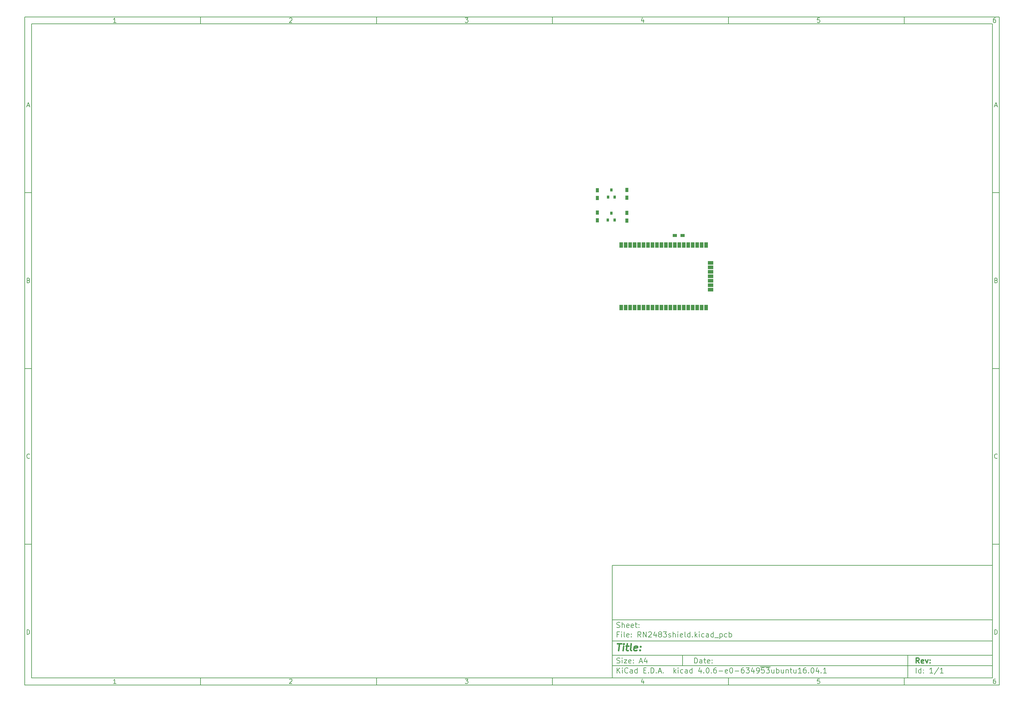
<source format=gtp>
%TF.GenerationSoftware,KiCad,Pcbnew,4.0.6-e0-6349~53~ubuntu16.04.1*%
%TF.CreationDate,2017-06-05T20:25:56+01:00*%
%TF.ProjectId,RN2483shield,524E32343833736869656C642E6B6963,rev?*%
%TF.FileFunction,Paste,Top*%
%FSLAX46Y46*%
G04 Gerber Fmt 4.6, Leading zero omitted, Abs format (unit mm)*
G04 Created by KiCad (PCBNEW 4.0.6-e0-6349~53~ubuntu16.04.1) date Mon Jun  5 20:25:56 2017*
%MOMM*%
%LPD*%
G01*
G04 APERTURE LIST*
%ADD10C,0.100000*%
%ADD11C,0.150000*%
%ADD12C,0.300000*%
%ADD13C,0.400000*%
%ADD14R,1.016000X1.524000*%
%ADD15R,1.524000X1.016000*%
%ADD16R,0.800000X0.900000*%
%ADD17R,1.200000X0.900000*%
%ADD18R,0.900000X1.200000*%
G04 APERTURE END LIST*
D10*
D11*
X177002200Y-166007200D02*
X177002200Y-198007200D01*
X285002200Y-198007200D01*
X285002200Y-166007200D01*
X177002200Y-166007200D01*
D10*
D11*
X10000000Y-10000000D02*
X10000000Y-200007200D01*
X287002200Y-200007200D01*
X287002200Y-10000000D01*
X10000000Y-10000000D01*
D10*
D11*
X12000000Y-12000000D02*
X12000000Y-198007200D01*
X285002200Y-198007200D01*
X285002200Y-12000000D01*
X12000000Y-12000000D01*
D10*
D11*
X60000000Y-12000000D02*
X60000000Y-10000000D01*
D10*
D11*
X110000000Y-12000000D02*
X110000000Y-10000000D01*
D10*
D11*
X160000000Y-12000000D02*
X160000000Y-10000000D01*
D10*
D11*
X210000000Y-12000000D02*
X210000000Y-10000000D01*
D10*
D11*
X260000000Y-12000000D02*
X260000000Y-10000000D01*
D10*
D11*
X35990476Y-11588095D02*
X35247619Y-11588095D01*
X35619048Y-11588095D02*
X35619048Y-10288095D01*
X35495238Y-10473810D01*
X35371429Y-10597619D01*
X35247619Y-10659524D01*
D10*
D11*
X85247619Y-10411905D02*
X85309524Y-10350000D01*
X85433333Y-10288095D01*
X85742857Y-10288095D01*
X85866667Y-10350000D01*
X85928571Y-10411905D01*
X85990476Y-10535714D01*
X85990476Y-10659524D01*
X85928571Y-10845238D01*
X85185714Y-11588095D01*
X85990476Y-11588095D01*
D10*
D11*
X135185714Y-10288095D02*
X135990476Y-10288095D01*
X135557143Y-10783333D01*
X135742857Y-10783333D01*
X135866667Y-10845238D01*
X135928571Y-10907143D01*
X135990476Y-11030952D01*
X135990476Y-11340476D01*
X135928571Y-11464286D01*
X135866667Y-11526190D01*
X135742857Y-11588095D01*
X135371429Y-11588095D01*
X135247619Y-11526190D01*
X135185714Y-11464286D01*
D10*
D11*
X185866667Y-10721429D02*
X185866667Y-11588095D01*
X185557143Y-10226190D02*
X185247619Y-11154762D01*
X186052381Y-11154762D01*
D10*
D11*
X235928571Y-10288095D02*
X235309524Y-10288095D01*
X235247619Y-10907143D01*
X235309524Y-10845238D01*
X235433333Y-10783333D01*
X235742857Y-10783333D01*
X235866667Y-10845238D01*
X235928571Y-10907143D01*
X235990476Y-11030952D01*
X235990476Y-11340476D01*
X235928571Y-11464286D01*
X235866667Y-11526190D01*
X235742857Y-11588095D01*
X235433333Y-11588095D01*
X235309524Y-11526190D01*
X235247619Y-11464286D01*
D10*
D11*
X285866667Y-10288095D02*
X285619048Y-10288095D01*
X285495238Y-10350000D01*
X285433333Y-10411905D01*
X285309524Y-10597619D01*
X285247619Y-10845238D01*
X285247619Y-11340476D01*
X285309524Y-11464286D01*
X285371429Y-11526190D01*
X285495238Y-11588095D01*
X285742857Y-11588095D01*
X285866667Y-11526190D01*
X285928571Y-11464286D01*
X285990476Y-11340476D01*
X285990476Y-11030952D01*
X285928571Y-10907143D01*
X285866667Y-10845238D01*
X285742857Y-10783333D01*
X285495238Y-10783333D01*
X285371429Y-10845238D01*
X285309524Y-10907143D01*
X285247619Y-11030952D01*
D10*
D11*
X60000000Y-198007200D02*
X60000000Y-200007200D01*
D10*
D11*
X110000000Y-198007200D02*
X110000000Y-200007200D01*
D10*
D11*
X160000000Y-198007200D02*
X160000000Y-200007200D01*
D10*
D11*
X210000000Y-198007200D02*
X210000000Y-200007200D01*
D10*
D11*
X260000000Y-198007200D02*
X260000000Y-200007200D01*
D10*
D11*
X35990476Y-199595295D02*
X35247619Y-199595295D01*
X35619048Y-199595295D02*
X35619048Y-198295295D01*
X35495238Y-198481010D01*
X35371429Y-198604819D01*
X35247619Y-198666724D01*
D10*
D11*
X85247619Y-198419105D02*
X85309524Y-198357200D01*
X85433333Y-198295295D01*
X85742857Y-198295295D01*
X85866667Y-198357200D01*
X85928571Y-198419105D01*
X85990476Y-198542914D01*
X85990476Y-198666724D01*
X85928571Y-198852438D01*
X85185714Y-199595295D01*
X85990476Y-199595295D01*
D10*
D11*
X135185714Y-198295295D02*
X135990476Y-198295295D01*
X135557143Y-198790533D01*
X135742857Y-198790533D01*
X135866667Y-198852438D01*
X135928571Y-198914343D01*
X135990476Y-199038152D01*
X135990476Y-199347676D01*
X135928571Y-199471486D01*
X135866667Y-199533390D01*
X135742857Y-199595295D01*
X135371429Y-199595295D01*
X135247619Y-199533390D01*
X135185714Y-199471486D01*
D10*
D11*
X185866667Y-198728629D02*
X185866667Y-199595295D01*
X185557143Y-198233390D02*
X185247619Y-199161962D01*
X186052381Y-199161962D01*
D10*
D11*
X235928571Y-198295295D02*
X235309524Y-198295295D01*
X235247619Y-198914343D01*
X235309524Y-198852438D01*
X235433333Y-198790533D01*
X235742857Y-198790533D01*
X235866667Y-198852438D01*
X235928571Y-198914343D01*
X235990476Y-199038152D01*
X235990476Y-199347676D01*
X235928571Y-199471486D01*
X235866667Y-199533390D01*
X235742857Y-199595295D01*
X235433333Y-199595295D01*
X235309524Y-199533390D01*
X235247619Y-199471486D01*
D10*
D11*
X285866667Y-198295295D02*
X285619048Y-198295295D01*
X285495238Y-198357200D01*
X285433333Y-198419105D01*
X285309524Y-198604819D01*
X285247619Y-198852438D01*
X285247619Y-199347676D01*
X285309524Y-199471486D01*
X285371429Y-199533390D01*
X285495238Y-199595295D01*
X285742857Y-199595295D01*
X285866667Y-199533390D01*
X285928571Y-199471486D01*
X285990476Y-199347676D01*
X285990476Y-199038152D01*
X285928571Y-198914343D01*
X285866667Y-198852438D01*
X285742857Y-198790533D01*
X285495238Y-198790533D01*
X285371429Y-198852438D01*
X285309524Y-198914343D01*
X285247619Y-199038152D01*
D10*
D11*
X10000000Y-60000000D02*
X12000000Y-60000000D01*
D10*
D11*
X10000000Y-110000000D02*
X12000000Y-110000000D01*
D10*
D11*
X10000000Y-160000000D02*
X12000000Y-160000000D01*
D10*
D11*
X10690476Y-35216667D02*
X11309524Y-35216667D01*
X10566667Y-35588095D02*
X11000000Y-34288095D01*
X11433333Y-35588095D01*
D10*
D11*
X11092857Y-84907143D02*
X11278571Y-84969048D01*
X11340476Y-85030952D01*
X11402381Y-85154762D01*
X11402381Y-85340476D01*
X11340476Y-85464286D01*
X11278571Y-85526190D01*
X11154762Y-85588095D01*
X10659524Y-85588095D01*
X10659524Y-84288095D01*
X11092857Y-84288095D01*
X11216667Y-84350000D01*
X11278571Y-84411905D01*
X11340476Y-84535714D01*
X11340476Y-84659524D01*
X11278571Y-84783333D01*
X11216667Y-84845238D01*
X11092857Y-84907143D01*
X10659524Y-84907143D01*
D10*
D11*
X11402381Y-135464286D02*
X11340476Y-135526190D01*
X11154762Y-135588095D01*
X11030952Y-135588095D01*
X10845238Y-135526190D01*
X10721429Y-135402381D01*
X10659524Y-135278571D01*
X10597619Y-135030952D01*
X10597619Y-134845238D01*
X10659524Y-134597619D01*
X10721429Y-134473810D01*
X10845238Y-134350000D01*
X11030952Y-134288095D01*
X11154762Y-134288095D01*
X11340476Y-134350000D01*
X11402381Y-134411905D01*
D10*
D11*
X10659524Y-185588095D02*
X10659524Y-184288095D01*
X10969048Y-184288095D01*
X11154762Y-184350000D01*
X11278571Y-184473810D01*
X11340476Y-184597619D01*
X11402381Y-184845238D01*
X11402381Y-185030952D01*
X11340476Y-185278571D01*
X11278571Y-185402381D01*
X11154762Y-185526190D01*
X10969048Y-185588095D01*
X10659524Y-185588095D01*
D10*
D11*
X287002200Y-60000000D02*
X285002200Y-60000000D01*
D10*
D11*
X287002200Y-110000000D02*
X285002200Y-110000000D01*
D10*
D11*
X287002200Y-160000000D02*
X285002200Y-160000000D01*
D10*
D11*
X285692676Y-35216667D02*
X286311724Y-35216667D01*
X285568867Y-35588095D02*
X286002200Y-34288095D01*
X286435533Y-35588095D01*
D10*
D11*
X286095057Y-84907143D02*
X286280771Y-84969048D01*
X286342676Y-85030952D01*
X286404581Y-85154762D01*
X286404581Y-85340476D01*
X286342676Y-85464286D01*
X286280771Y-85526190D01*
X286156962Y-85588095D01*
X285661724Y-85588095D01*
X285661724Y-84288095D01*
X286095057Y-84288095D01*
X286218867Y-84350000D01*
X286280771Y-84411905D01*
X286342676Y-84535714D01*
X286342676Y-84659524D01*
X286280771Y-84783333D01*
X286218867Y-84845238D01*
X286095057Y-84907143D01*
X285661724Y-84907143D01*
D10*
D11*
X286404581Y-135464286D02*
X286342676Y-135526190D01*
X286156962Y-135588095D01*
X286033152Y-135588095D01*
X285847438Y-135526190D01*
X285723629Y-135402381D01*
X285661724Y-135278571D01*
X285599819Y-135030952D01*
X285599819Y-134845238D01*
X285661724Y-134597619D01*
X285723629Y-134473810D01*
X285847438Y-134350000D01*
X286033152Y-134288095D01*
X286156962Y-134288095D01*
X286342676Y-134350000D01*
X286404581Y-134411905D01*
D10*
D11*
X285661724Y-185588095D02*
X285661724Y-184288095D01*
X285971248Y-184288095D01*
X286156962Y-184350000D01*
X286280771Y-184473810D01*
X286342676Y-184597619D01*
X286404581Y-184845238D01*
X286404581Y-185030952D01*
X286342676Y-185278571D01*
X286280771Y-185402381D01*
X286156962Y-185526190D01*
X285971248Y-185588095D01*
X285661724Y-185588095D01*
D10*
D11*
X200359343Y-193785771D02*
X200359343Y-192285771D01*
X200716486Y-192285771D01*
X200930771Y-192357200D01*
X201073629Y-192500057D01*
X201145057Y-192642914D01*
X201216486Y-192928629D01*
X201216486Y-193142914D01*
X201145057Y-193428629D01*
X201073629Y-193571486D01*
X200930771Y-193714343D01*
X200716486Y-193785771D01*
X200359343Y-193785771D01*
X202502200Y-193785771D02*
X202502200Y-193000057D01*
X202430771Y-192857200D01*
X202287914Y-192785771D01*
X202002200Y-192785771D01*
X201859343Y-192857200D01*
X202502200Y-193714343D02*
X202359343Y-193785771D01*
X202002200Y-193785771D01*
X201859343Y-193714343D01*
X201787914Y-193571486D01*
X201787914Y-193428629D01*
X201859343Y-193285771D01*
X202002200Y-193214343D01*
X202359343Y-193214343D01*
X202502200Y-193142914D01*
X203002200Y-192785771D02*
X203573629Y-192785771D01*
X203216486Y-192285771D02*
X203216486Y-193571486D01*
X203287914Y-193714343D01*
X203430772Y-193785771D01*
X203573629Y-193785771D01*
X204645057Y-193714343D02*
X204502200Y-193785771D01*
X204216486Y-193785771D01*
X204073629Y-193714343D01*
X204002200Y-193571486D01*
X204002200Y-193000057D01*
X204073629Y-192857200D01*
X204216486Y-192785771D01*
X204502200Y-192785771D01*
X204645057Y-192857200D01*
X204716486Y-193000057D01*
X204716486Y-193142914D01*
X204002200Y-193285771D01*
X205359343Y-193642914D02*
X205430771Y-193714343D01*
X205359343Y-193785771D01*
X205287914Y-193714343D01*
X205359343Y-193642914D01*
X205359343Y-193785771D01*
X205359343Y-192857200D02*
X205430771Y-192928629D01*
X205359343Y-193000057D01*
X205287914Y-192928629D01*
X205359343Y-192857200D01*
X205359343Y-193000057D01*
D10*
D11*
X177002200Y-194507200D02*
X285002200Y-194507200D01*
D10*
D11*
X178359343Y-196585771D02*
X178359343Y-195085771D01*
X179216486Y-196585771D02*
X178573629Y-195728629D01*
X179216486Y-195085771D02*
X178359343Y-195942914D01*
X179859343Y-196585771D02*
X179859343Y-195585771D01*
X179859343Y-195085771D02*
X179787914Y-195157200D01*
X179859343Y-195228629D01*
X179930771Y-195157200D01*
X179859343Y-195085771D01*
X179859343Y-195228629D01*
X181430772Y-196442914D02*
X181359343Y-196514343D01*
X181145057Y-196585771D01*
X181002200Y-196585771D01*
X180787915Y-196514343D01*
X180645057Y-196371486D01*
X180573629Y-196228629D01*
X180502200Y-195942914D01*
X180502200Y-195728629D01*
X180573629Y-195442914D01*
X180645057Y-195300057D01*
X180787915Y-195157200D01*
X181002200Y-195085771D01*
X181145057Y-195085771D01*
X181359343Y-195157200D01*
X181430772Y-195228629D01*
X182716486Y-196585771D02*
X182716486Y-195800057D01*
X182645057Y-195657200D01*
X182502200Y-195585771D01*
X182216486Y-195585771D01*
X182073629Y-195657200D01*
X182716486Y-196514343D02*
X182573629Y-196585771D01*
X182216486Y-196585771D01*
X182073629Y-196514343D01*
X182002200Y-196371486D01*
X182002200Y-196228629D01*
X182073629Y-196085771D01*
X182216486Y-196014343D01*
X182573629Y-196014343D01*
X182716486Y-195942914D01*
X184073629Y-196585771D02*
X184073629Y-195085771D01*
X184073629Y-196514343D02*
X183930772Y-196585771D01*
X183645058Y-196585771D01*
X183502200Y-196514343D01*
X183430772Y-196442914D01*
X183359343Y-196300057D01*
X183359343Y-195871486D01*
X183430772Y-195728629D01*
X183502200Y-195657200D01*
X183645058Y-195585771D01*
X183930772Y-195585771D01*
X184073629Y-195657200D01*
X185930772Y-195800057D02*
X186430772Y-195800057D01*
X186645058Y-196585771D02*
X185930772Y-196585771D01*
X185930772Y-195085771D01*
X186645058Y-195085771D01*
X187287915Y-196442914D02*
X187359343Y-196514343D01*
X187287915Y-196585771D01*
X187216486Y-196514343D01*
X187287915Y-196442914D01*
X187287915Y-196585771D01*
X188002201Y-196585771D02*
X188002201Y-195085771D01*
X188359344Y-195085771D01*
X188573629Y-195157200D01*
X188716487Y-195300057D01*
X188787915Y-195442914D01*
X188859344Y-195728629D01*
X188859344Y-195942914D01*
X188787915Y-196228629D01*
X188716487Y-196371486D01*
X188573629Y-196514343D01*
X188359344Y-196585771D01*
X188002201Y-196585771D01*
X189502201Y-196442914D02*
X189573629Y-196514343D01*
X189502201Y-196585771D01*
X189430772Y-196514343D01*
X189502201Y-196442914D01*
X189502201Y-196585771D01*
X190145058Y-196157200D02*
X190859344Y-196157200D01*
X190002201Y-196585771D02*
X190502201Y-195085771D01*
X191002201Y-196585771D01*
X191502201Y-196442914D02*
X191573629Y-196514343D01*
X191502201Y-196585771D01*
X191430772Y-196514343D01*
X191502201Y-196442914D01*
X191502201Y-196585771D01*
X194502201Y-196585771D02*
X194502201Y-195085771D01*
X194645058Y-196014343D02*
X195073629Y-196585771D01*
X195073629Y-195585771D02*
X194502201Y-196157200D01*
X195716487Y-196585771D02*
X195716487Y-195585771D01*
X195716487Y-195085771D02*
X195645058Y-195157200D01*
X195716487Y-195228629D01*
X195787915Y-195157200D01*
X195716487Y-195085771D01*
X195716487Y-195228629D01*
X197073630Y-196514343D02*
X196930773Y-196585771D01*
X196645059Y-196585771D01*
X196502201Y-196514343D01*
X196430773Y-196442914D01*
X196359344Y-196300057D01*
X196359344Y-195871486D01*
X196430773Y-195728629D01*
X196502201Y-195657200D01*
X196645059Y-195585771D01*
X196930773Y-195585771D01*
X197073630Y-195657200D01*
X198359344Y-196585771D02*
X198359344Y-195800057D01*
X198287915Y-195657200D01*
X198145058Y-195585771D01*
X197859344Y-195585771D01*
X197716487Y-195657200D01*
X198359344Y-196514343D02*
X198216487Y-196585771D01*
X197859344Y-196585771D01*
X197716487Y-196514343D01*
X197645058Y-196371486D01*
X197645058Y-196228629D01*
X197716487Y-196085771D01*
X197859344Y-196014343D01*
X198216487Y-196014343D01*
X198359344Y-195942914D01*
X199716487Y-196585771D02*
X199716487Y-195085771D01*
X199716487Y-196514343D02*
X199573630Y-196585771D01*
X199287916Y-196585771D01*
X199145058Y-196514343D01*
X199073630Y-196442914D01*
X199002201Y-196300057D01*
X199002201Y-195871486D01*
X199073630Y-195728629D01*
X199145058Y-195657200D01*
X199287916Y-195585771D01*
X199573630Y-195585771D01*
X199716487Y-195657200D01*
X202216487Y-195585771D02*
X202216487Y-196585771D01*
X201859344Y-195014343D02*
X201502201Y-196085771D01*
X202430773Y-196085771D01*
X203002201Y-196442914D02*
X203073629Y-196514343D01*
X203002201Y-196585771D01*
X202930772Y-196514343D01*
X203002201Y-196442914D01*
X203002201Y-196585771D01*
X204002201Y-195085771D02*
X204145058Y-195085771D01*
X204287915Y-195157200D01*
X204359344Y-195228629D01*
X204430773Y-195371486D01*
X204502201Y-195657200D01*
X204502201Y-196014343D01*
X204430773Y-196300057D01*
X204359344Y-196442914D01*
X204287915Y-196514343D01*
X204145058Y-196585771D01*
X204002201Y-196585771D01*
X203859344Y-196514343D01*
X203787915Y-196442914D01*
X203716487Y-196300057D01*
X203645058Y-196014343D01*
X203645058Y-195657200D01*
X203716487Y-195371486D01*
X203787915Y-195228629D01*
X203859344Y-195157200D01*
X204002201Y-195085771D01*
X205145058Y-196442914D02*
X205216486Y-196514343D01*
X205145058Y-196585771D01*
X205073629Y-196514343D01*
X205145058Y-196442914D01*
X205145058Y-196585771D01*
X206502201Y-195085771D02*
X206216487Y-195085771D01*
X206073630Y-195157200D01*
X206002201Y-195228629D01*
X205859344Y-195442914D01*
X205787915Y-195728629D01*
X205787915Y-196300057D01*
X205859344Y-196442914D01*
X205930772Y-196514343D01*
X206073630Y-196585771D01*
X206359344Y-196585771D01*
X206502201Y-196514343D01*
X206573630Y-196442914D01*
X206645058Y-196300057D01*
X206645058Y-195942914D01*
X206573630Y-195800057D01*
X206502201Y-195728629D01*
X206359344Y-195657200D01*
X206073630Y-195657200D01*
X205930772Y-195728629D01*
X205859344Y-195800057D01*
X205787915Y-195942914D01*
X207287915Y-196014343D02*
X208430772Y-196014343D01*
X209716486Y-196514343D02*
X209573629Y-196585771D01*
X209287915Y-196585771D01*
X209145058Y-196514343D01*
X209073629Y-196371486D01*
X209073629Y-195800057D01*
X209145058Y-195657200D01*
X209287915Y-195585771D01*
X209573629Y-195585771D01*
X209716486Y-195657200D01*
X209787915Y-195800057D01*
X209787915Y-195942914D01*
X209073629Y-196085771D01*
X210716486Y-195085771D02*
X210859343Y-195085771D01*
X211002200Y-195157200D01*
X211073629Y-195228629D01*
X211145058Y-195371486D01*
X211216486Y-195657200D01*
X211216486Y-196014343D01*
X211145058Y-196300057D01*
X211073629Y-196442914D01*
X211002200Y-196514343D01*
X210859343Y-196585771D01*
X210716486Y-196585771D01*
X210573629Y-196514343D01*
X210502200Y-196442914D01*
X210430772Y-196300057D01*
X210359343Y-196014343D01*
X210359343Y-195657200D01*
X210430772Y-195371486D01*
X210502200Y-195228629D01*
X210573629Y-195157200D01*
X210716486Y-195085771D01*
X211859343Y-196014343D02*
X213002200Y-196014343D01*
X214359343Y-195085771D02*
X214073629Y-195085771D01*
X213930772Y-195157200D01*
X213859343Y-195228629D01*
X213716486Y-195442914D01*
X213645057Y-195728629D01*
X213645057Y-196300057D01*
X213716486Y-196442914D01*
X213787914Y-196514343D01*
X213930772Y-196585771D01*
X214216486Y-196585771D01*
X214359343Y-196514343D01*
X214430772Y-196442914D01*
X214502200Y-196300057D01*
X214502200Y-195942914D01*
X214430772Y-195800057D01*
X214359343Y-195728629D01*
X214216486Y-195657200D01*
X213930772Y-195657200D01*
X213787914Y-195728629D01*
X213716486Y-195800057D01*
X213645057Y-195942914D01*
X215002200Y-195085771D02*
X215930771Y-195085771D01*
X215430771Y-195657200D01*
X215645057Y-195657200D01*
X215787914Y-195728629D01*
X215859343Y-195800057D01*
X215930771Y-195942914D01*
X215930771Y-196300057D01*
X215859343Y-196442914D01*
X215787914Y-196514343D01*
X215645057Y-196585771D01*
X215216485Y-196585771D01*
X215073628Y-196514343D01*
X215002200Y-196442914D01*
X217216485Y-195585771D02*
X217216485Y-196585771D01*
X216859342Y-195014343D02*
X216502199Y-196085771D01*
X217430771Y-196085771D01*
X218073627Y-196585771D02*
X218359342Y-196585771D01*
X218502199Y-196514343D01*
X218573627Y-196442914D01*
X218716485Y-196228629D01*
X218787913Y-195942914D01*
X218787913Y-195371486D01*
X218716485Y-195228629D01*
X218645056Y-195157200D01*
X218502199Y-195085771D01*
X218216485Y-195085771D01*
X218073627Y-195157200D01*
X218002199Y-195228629D01*
X217930770Y-195371486D01*
X217930770Y-195728629D01*
X218002199Y-195871486D01*
X218073627Y-195942914D01*
X218216485Y-196014343D01*
X218502199Y-196014343D01*
X218645056Y-195942914D01*
X218716485Y-195871486D01*
X218787913Y-195728629D01*
X220145056Y-195085771D02*
X219430770Y-195085771D01*
X219359341Y-195800057D01*
X219430770Y-195728629D01*
X219573627Y-195657200D01*
X219930770Y-195657200D01*
X220073627Y-195728629D01*
X220145056Y-195800057D01*
X220216484Y-195942914D01*
X220216484Y-196300057D01*
X220145056Y-196442914D01*
X220073627Y-196514343D01*
X219930770Y-196585771D01*
X219573627Y-196585771D01*
X219430770Y-196514343D01*
X219359341Y-196442914D01*
X220716484Y-195085771D02*
X221645055Y-195085771D01*
X221145055Y-195657200D01*
X221359341Y-195657200D01*
X221502198Y-195728629D01*
X221573627Y-195800057D01*
X221645055Y-195942914D01*
X221645055Y-196300057D01*
X221573627Y-196442914D01*
X221502198Y-196514343D01*
X221359341Y-196585771D01*
X220930769Y-196585771D01*
X220787912Y-196514343D01*
X220716484Y-196442914D01*
X219073627Y-194827200D02*
X221930769Y-194827200D01*
X222930769Y-195585771D02*
X222930769Y-196585771D01*
X222287912Y-195585771D02*
X222287912Y-196371486D01*
X222359340Y-196514343D01*
X222502198Y-196585771D01*
X222716483Y-196585771D01*
X222859340Y-196514343D01*
X222930769Y-196442914D01*
X223645055Y-196585771D02*
X223645055Y-195085771D01*
X223645055Y-195657200D02*
X223787912Y-195585771D01*
X224073626Y-195585771D01*
X224216483Y-195657200D01*
X224287912Y-195728629D01*
X224359341Y-195871486D01*
X224359341Y-196300057D01*
X224287912Y-196442914D01*
X224216483Y-196514343D01*
X224073626Y-196585771D01*
X223787912Y-196585771D01*
X223645055Y-196514343D01*
X225645055Y-195585771D02*
X225645055Y-196585771D01*
X225002198Y-195585771D02*
X225002198Y-196371486D01*
X225073626Y-196514343D01*
X225216484Y-196585771D01*
X225430769Y-196585771D01*
X225573626Y-196514343D01*
X225645055Y-196442914D01*
X226359341Y-195585771D02*
X226359341Y-196585771D01*
X226359341Y-195728629D02*
X226430769Y-195657200D01*
X226573627Y-195585771D01*
X226787912Y-195585771D01*
X226930769Y-195657200D01*
X227002198Y-195800057D01*
X227002198Y-196585771D01*
X227502198Y-195585771D02*
X228073627Y-195585771D01*
X227716484Y-195085771D02*
X227716484Y-196371486D01*
X227787912Y-196514343D01*
X227930770Y-196585771D01*
X228073627Y-196585771D01*
X229216484Y-195585771D02*
X229216484Y-196585771D01*
X228573627Y-195585771D02*
X228573627Y-196371486D01*
X228645055Y-196514343D01*
X228787913Y-196585771D01*
X229002198Y-196585771D01*
X229145055Y-196514343D01*
X229216484Y-196442914D01*
X230716484Y-196585771D02*
X229859341Y-196585771D01*
X230287913Y-196585771D02*
X230287913Y-195085771D01*
X230145056Y-195300057D01*
X230002198Y-195442914D01*
X229859341Y-195514343D01*
X232002198Y-195085771D02*
X231716484Y-195085771D01*
X231573627Y-195157200D01*
X231502198Y-195228629D01*
X231359341Y-195442914D01*
X231287912Y-195728629D01*
X231287912Y-196300057D01*
X231359341Y-196442914D01*
X231430769Y-196514343D01*
X231573627Y-196585771D01*
X231859341Y-196585771D01*
X232002198Y-196514343D01*
X232073627Y-196442914D01*
X232145055Y-196300057D01*
X232145055Y-195942914D01*
X232073627Y-195800057D01*
X232002198Y-195728629D01*
X231859341Y-195657200D01*
X231573627Y-195657200D01*
X231430769Y-195728629D01*
X231359341Y-195800057D01*
X231287912Y-195942914D01*
X232787912Y-196442914D02*
X232859340Y-196514343D01*
X232787912Y-196585771D01*
X232716483Y-196514343D01*
X232787912Y-196442914D01*
X232787912Y-196585771D01*
X233787912Y-195085771D02*
X233930769Y-195085771D01*
X234073626Y-195157200D01*
X234145055Y-195228629D01*
X234216484Y-195371486D01*
X234287912Y-195657200D01*
X234287912Y-196014343D01*
X234216484Y-196300057D01*
X234145055Y-196442914D01*
X234073626Y-196514343D01*
X233930769Y-196585771D01*
X233787912Y-196585771D01*
X233645055Y-196514343D01*
X233573626Y-196442914D01*
X233502198Y-196300057D01*
X233430769Y-196014343D01*
X233430769Y-195657200D01*
X233502198Y-195371486D01*
X233573626Y-195228629D01*
X233645055Y-195157200D01*
X233787912Y-195085771D01*
X235573626Y-195585771D02*
X235573626Y-196585771D01*
X235216483Y-195014343D02*
X234859340Y-196085771D01*
X235787912Y-196085771D01*
X236359340Y-196442914D02*
X236430768Y-196514343D01*
X236359340Y-196585771D01*
X236287911Y-196514343D01*
X236359340Y-196442914D01*
X236359340Y-196585771D01*
X237859340Y-196585771D02*
X237002197Y-196585771D01*
X237430769Y-196585771D02*
X237430769Y-195085771D01*
X237287912Y-195300057D01*
X237145054Y-195442914D01*
X237002197Y-195514343D01*
D10*
D11*
X177002200Y-191507200D02*
X285002200Y-191507200D01*
D10*
D12*
X264216486Y-193785771D02*
X263716486Y-193071486D01*
X263359343Y-193785771D02*
X263359343Y-192285771D01*
X263930771Y-192285771D01*
X264073629Y-192357200D01*
X264145057Y-192428629D01*
X264216486Y-192571486D01*
X264216486Y-192785771D01*
X264145057Y-192928629D01*
X264073629Y-193000057D01*
X263930771Y-193071486D01*
X263359343Y-193071486D01*
X265430771Y-193714343D02*
X265287914Y-193785771D01*
X265002200Y-193785771D01*
X264859343Y-193714343D01*
X264787914Y-193571486D01*
X264787914Y-193000057D01*
X264859343Y-192857200D01*
X265002200Y-192785771D01*
X265287914Y-192785771D01*
X265430771Y-192857200D01*
X265502200Y-193000057D01*
X265502200Y-193142914D01*
X264787914Y-193285771D01*
X266002200Y-192785771D02*
X266359343Y-193785771D01*
X266716485Y-192785771D01*
X267287914Y-193642914D02*
X267359342Y-193714343D01*
X267287914Y-193785771D01*
X267216485Y-193714343D01*
X267287914Y-193642914D01*
X267287914Y-193785771D01*
X267287914Y-192857200D02*
X267359342Y-192928629D01*
X267287914Y-193000057D01*
X267216485Y-192928629D01*
X267287914Y-192857200D01*
X267287914Y-193000057D01*
D10*
D11*
X178287914Y-193714343D02*
X178502200Y-193785771D01*
X178859343Y-193785771D01*
X179002200Y-193714343D01*
X179073629Y-193642914D01*
X179145057Y-193500057D01*
X179145057Y-193357200D01*
X179073629Y-193214343D01*
X179002200Y-193142914D01*
X178859343Y-193071486D01*
X178573629Y-193000057D01*
X178430771Y-192928629D01*
X178359343Y-192857200D01*
X178287914Y-192714343D01*
X178287914Y-192571486D01*
X178359343Y-192428629D01*
X178430771Y-192357200D01*
X178573629Y-192285771D01*
X178930771Y-192285771D01*
X179145057Y-192357200D01*
X179787914Y-193785771D02*
X179787914Y-192785771D01*
X179787914Y-192285771D02*
X179716485Y-192357200D01*
X179787914Y-192428629D01*
X179859342Y-192357200D01*
X179787914Y-192285771D01*
X179787914Y-192428629D01*
X180359343Y-192785771D02*
X181145057Y-192785771D01*
X180359343Y-193785771D01*
X181145057Y-193785771D01*
X182287914Y-193714343D02*
X182145057Y-193785771D01*
X181859343Y-193785771D01*
X181716486Y-193714343D01*
X181645057Y-193571486D01*
X181645057Y-193000057D01*
X181716486Y-192857200D01*
X181859343Y-192785771D01*
X182145057Y-192785771D01*
X182287914Y-192857200D01*
X182359343Y-193000057D01*
X182359343Y-193142914D01*
X181645057Y-193285771D01*
X183002200Y-193642914D02*
X183073628Y-193714343D01*
X183002200Y-193785771D01*
X182930771Y-193714343D01*
X183002200Y-193642914D01*
X183002200Y-193785771D01*
X183002200Y-192857200D02*
X183073628Y-192928629D01*
X183002200Y-193000057D01*
X182930771Y-192928629D01*
X183002200Y-192857200D01*
X183002200Y-193000057D01*
X184787914Y-193357200D02*
X185502200Y-193357200D01*
X184645057Y-193785771D02*
X185145057Y-192285771D01*
X185645057Y-193785771D01*
X186787914Y-192785771D02*
X186787914Y-193785771D01*
X186430771Y-192214343D02*
X186073628Y-193285771D01*
X187002200Y-193285771D01*
D10*
D11*
X263359343Y-196585771D02*
X263359343Y-195085771D01*
X264716486Y-196585771D02*
X264716486Y-195085771D01*
X264716486Y-196514343D02*
X264573629Y-196585771D01*
X264287915Y-196585771D01*
X264145057Y-196514343D01*
X264073629Y-196442914D01*
X264002200Y-196300057D01*
X264002200Y-195871486D01*
X264073629Y-195728629D01*
X264145057Y-195657200D01*
X264287915Y-195585771D01*
X264573629Y-195585771D01*
X264716486Y-195657200D01*
X265430772Y-196442914D02*
X265502200Y-196514343D01*
X265430772Y-196585771D01*
X265359343Y-196514343D01*
X265430772Y-196442914D01*
X265430772Y-196585771D01*
X265430772Y-195657200D02*
X265502200Y-195728629D01*
X265430772Y-195800057D01*
X265359343Y-195728629D01*
X265430772Y-195657200D01*
X265430772Y-195800057D01*
X268073629Y-196585771D02*
X267216486Y-196585771D01*
X267645058Y-196585771D02*
X267645058Y-195085771D01*
X267502201Y-195300057D01*
X267359343Y-195442914D01*
X267216486Y-195514343D01*
X269787914Y-195014343D02*
X268502200Y-196942914D01*
X271073629Y-196585771D02*
X270216486Y-196585771D01*
X270645058Y-196585771D02*
X270645058Y-195085771D01*
X270502201Y-195300057D01*
X270359343Y-195442914D01*
X270216486Y-195514343D01*
D10*
D11*
X177002200Y-187507200D02*
X285002200Y-187507200D01*
D10*
D13*
X178454581Y-188211962D02*
X179597438Y-188211962D01*
X178776010Y-190211962D02*
X179026010Y-188211962D01*
X180014105Y-190211962D02*
X180180771Y-188878629D01*
X180264105Y-188211962D02*
X180156962Y-188307200D01*
X180240295Y-188402438D01*
X180347439Y-188307200D01*
X180264105Y-188211962D01*
X180240295Y-188402438D01*
X180847438Y-188878629D02*
X181609343Y-188878629D01*
X181216486Y-188211962D02*
X181002200Y-189926248D01*
X181073630Y-190116724D01*
X181252201Y-190211962D01*
X181442677Y-190211962D01*
X182395058Y-190211962D02*
X182216487Y-190116724D01*
X182145057Y-189926248D01*
X182359343Y-188211962D01*
X183930772Y-190116724D02*
X183728391Y-190211962D01*
X183347439Y-190211962D01*
X183168867Y-190116724D01*
X183097438Y-189926248D01*
X183192676Y-189164343D01*
X183311724Y-188973867D01*
X183514105Y-188878629D01*
X183895057Y-188878629D01*
X184073629Y-188973867D01*
X184145057Y-189164343D01*
X184121248Y-189354819D01*
X183145057Y-189545295D01*
X184895057Y-190021486D02*
X184978392Y-190116724D01*
X184871248Y-190211962D01*
X184787915Y-190116724D01*
X184895057Y-190021486D01*
X184871248Y-190211962D01*
X185026010Y-188973867D02*
X185109344Y-189069105D01*
X185002200Y-189164343D01*
X184918867Y-189069105D01*
X185026010Y-188973867D01*
X185002200Y-189164343D01*
D10*
D11*
X178859343Y-185600057D02*
X178359343Y-185600057D01*
X178359343Y-186385771D02*
X178359343Y-184885771D01*
X179073629Y-184885771D01*
X179645057Y-186385771D02*
X179645057Y-185385771D01*
X179645057Y-184885771D02*
X179573628Y-184957200D01*
X179645057Y-185028629D01*
X179716485Y-184957200D01*
X179645057Y-184885771D01*
X179645057Y-185028629D01*
X180573629Y-186385771D02*
X180430771Y-186314343D01*
X180359343Y-186171486D01*
X180359343Y-184885771D01*
X181716485Y-186314343D02*
X181573628Y-186385771D01*
X181287914Y-186385771D01*
X181145057Y-186314343D01*
X181073628Y-186171486D01*
X181073628Y-185600057D01*
X181145057Y-185457200D01*
X181287914Y-185385771D01*
X181573628Y-185385771D01*
X181716485Y-185457200D01*
X181787914Y-185600057D01*
X181787914Y-185742914D01*
X181073628Y-185885771D01*
X182430771Y-186242914D02*
X182502199Y-186314343D01*
X182430771Y-186385771D01*
X182359342Y-186314343D01*
X182430771Y-186242914D01*
X182430771Y-186385771D01*
X182430771Y-185457200D02*
X182502199Y-185528629D01*
X182430771Y-185600057D01*
X182359342Y-185528629D01*
X182430771Y-185457200D01*
X182430771Y-185600057D01*
X185145057Y-186385771D02*
X184645057Y-185671486D01*
X184287914Y-186385771D02*
X184287914Y-184885771D01*
X184859342Y-184885771D01*
X185002200Y-184957200D01*
X185073628Y-185028629D01*
X185145057Y-185171486D01*
X185145057Y-185385771D01*
X185073628Y-185528629D01*
X185002200Y-185600057D01*
X184859342Y-185671486D01*
X184287914Y-185671486D01*
X185787914Y-186385771D02*
X185787914Y-184885771D01*
X186645057Y-186385771D01*
X186645057Y-184885771D01*
X187287914Y-185028629D02*
X187359343Y-184957200D01*
X187502200Y-184885771D01*
X187859343Y-184885771D01*
X188002200Y-184957200D01*
X188073629Y-185028629D01*
X188145057Y-185171486D01*
X188145057Y-185314343D01*
X188073629Y-185528629D01*
X187216486Y-186385771D01*
X188145057Y-186385771D01*
X189430771Y-185385771D02*
X189430771Y-186385771D01*
X189073628Y-184814343D02*
X188716485Y-185885771D01*
X189645057Y-185885771D01*
X190430771Y-185528629D02*
X190287913Y-185457200D01*
X190216485Y-185385771D01*
X190145056Y-185242914D01*
X190145056Y-185171486D01*
X190216485Y-185028629D01*
X190287913Y-184957200D01*
X190430771Y-184885771D01*
X190716485Y-184885771D01*
X190859342Y-184957200D01*
X190930771Y-185028629D01*
X191002199Y-185171486D01*
X191002199Y-185242914D01*
X190930771Y-185385771D01*
X190859342Y-185457200D01*
X190716485Y-185528629D01*
X190430771Y-185528629D01*
X190287913Y-185600057D01*
X190216485Y-185671486D01*
X190145056Y-185814343D01*
X190145056Y-186100057D01*
X190216485Y-186242914D01*
X190287913Y-186314343D01*
X190430771Y-186385771D01*
X190716485Y-186385771D01*
X190859342Y-186314343D01*
X190930771Y-186242914D01*
X191002199Y-186100057D01*
X191002199Y-185814343D01*
X190930771Y-185671486D01*
X190859342Y-185600057D01*
X190716485Y-185528629D01*
X191502199Y-184885771D02*
X192430770Y-184885771D01*
X191930770Y-185457200D01*
X192145056Y-185457200D01*
X192287913Y-185528629D01*
X192359342Y-185600057D01*
X192430770Y-185742914D01*
X192430770Y-186100057D01*
X192359342Y-186242914D01*
X192287913Y-186314343D01*
X192145056Y-186385771D01*
X191716484Y-186385771D01*
X191573627Y-186314343D01*
X191502199Y-186242914D01*
X193002198Y-186314343D02*
X193145055Y-186385771D01*
X193430770Y-186385771D01*
X193573627Y-186314343D01*
X193645055Y-186171486D01*
X193645055Y-186100057D01*
X193573627Y-185957200D01*
X193430770Y-185885771D01*
X193216484Y-185885771D01*
X193073627Y-185814343D01*
X193002198Y-185671486D01*
X193002198Y-185600057D01*
X193073627Y-185457200D01*
X193216484Y-185385771D01*
X193430770Y-185385771D01*
X193573627Y-185457200D01*
X194287913Y-186385771D02*
X194287913Y-184885771D01*
X194930770Y-186385771D02*
X194930770Y-185600057D01*
X194859341Y-185457200D01*
X194716484Y-185385771D01*
X194502199Y-185385771D01*
X194359341Y-185457200D01*
X194287913Y-185528629D01*
X195645056Y-186385771D02*
X195645056Y-185385771D01*
X195645056Y-184885771D02*
X195573627Y-184957200D01*
X195645056Y-185028629D01*
X195716484Y-184957200D01*
X195645056Y-184885771D01*
X195645056Y-185028629D01*
X196930770Y-186314343D02*
X196787913Y-186385771D01*
X196502199Y-186385771D01*
X196359342Y-186314343D01*
X196287913Y-186171486D01*
X196287913Y-185600057D01*
X196359342Y-185457200D01*
X196502199Y-185385771D01*
X196787913Y-185385771D01*
X196930770Y-185457200D01*
X197002199Y-185600057D01*
X197002199Y-185742914D01*
X196287913Y-185885771D01*
X197859342Y-186385771D02*
X197716484Y-186314343D01*
X197645056Y-186171486D01*
X197645056Y-184885771D01*
X199073627Y-186385771D02*
X199073627Y-184885771D01*
X199073627Y-186314343D02*
X198930770Y-186385771D01*
X198645056Y-186385771D01*
X198502198Y-186314343D01*
X198430770Y-186242914D01*
X198359341Y-186100057D01*
X198359341Y-185671486D01*
X198430770Y-185528629D01*
X198502198Y-185457200D01*
X198645056Y-185385771D01*
X198930770Y-185385771D01*
X199073627Y-185457200D01*
X199787913Y-186242914D02*
X199859341Y-186314343D01*
X199787913Y-186385771D01*
X199716484Y-186314343D01*
X199787913Y-186242914D01*
X199787913Y-186385771D01*
X200502199Y-186385771D02*
X200502199Y-184885771D01*
X200645056Y-185814343D02*
X201073627Y-186385771D01*
X201073627Y-185385771D02*
X200502199Y-185957200D01*
X201716485Y-186385771D02*
X201716485Y-185385771D01*
X201716485Y-184885771D02*
X201645056Y-184957200D01*
X201716485Y-185028629D01*
X201787913Y-184957200D01*
X201716485Y-184885771D01*
X201716485Y-185028629D01*
X203073628Y-186314343D02*
X202930771Y-186385771D01*
X202645057Y-186385771D01*
X202502199Y-186314343D01*
X202430771Y-186242914D01*
X202359342Y-186100057D01*
X202359342Y-185671486D01*
X202430771Y-185528629D01*
X202502199Y-185457200D01*
X202645057Y-185385771D01*
X202930771Y-185385771D01*
X203073628Y-185457200D01*
X204359342Y-186385771D02*
X204359342Y-185600057D01*
X204287913Y-185457200D01*
X204145056Y-185385771D01*
X203859342Y-185385771D01*
X203716485Y-185457200D01*
X204359342Y-186314343D02*
X204216485Y-186385771D01*
X203859342Y-186385771D01*
X203716485Y-186314343D01*
X203645056Y-186171486D01*
X203645056Y-186028629D01*
X203716485Y-185885771D01*
X203859342Y-185814343D01*
X204216485Y-185814343D01*
X204359342Y-185742914D01*
X205716485Y-186385771D02*
X205716485Y-184885771D01*
X205716485Y-186314343D02*
X205573628Y-186385771D01*
X205287914Y-186385771D01*
X205145056Y-186314343D01*
X205073628Y-186242914D01*
X205002199Y-186100057D01*
X205002199Y-185671486D01*
X205073628Y-185528629D01*
X205145056Y-185457200D01*
X205287914Y-185385771D01*
X205573628Y-185385771D01*
X205716485Y-185457200D01*
X206073628Y-186528629D02*
X207216485Y-186528629D01*
X207573628Y-185385771D02*
X207573628Y-186885771D01*
X207573628Y-185457200D02*
X207716485Y-185385771D01*
X208002199Y-185385771D01*
X208145056Y-185457200D01*
X208216485Y-185528629D01*
X208287914Y-185671486D01*
X208287914Y-186100057D01*
X208216485Y-186242914D01*
X208145056Y-186314343D01*
X208002199Y-186385771D01*
X207716485Y-186385771D01*
X207573628Y-186314343D01*
X209573628Y-186314343D02*
X209430771Y-186385771D01*
X209145057Y-186385771D01*
X209002199Y-186314343D01*
X208930771Y-186242914D01*
X208859342Y-186100057D01*
X208859342Y-185671486D01*
X208930771Y-185528629D01*
X209002199Y-185457200D01*
X209145057Y-185385771D01*
X209430771Y-185385771D01*
X209573628Y-185457200D01*
X210216485Y-186385771D02*
X210216485Y-184885771D01*
X210216485Y-185457200D02*
X210359342Y-185385771D01*
X210645056Y-185385771D01*
X210787913Y-185457200D01*
X210859342Y-185528629D01*
X210930771Y-185671486D01*
X210930771Y-186100057D01*
X210859342Y-186242914D01*
X210787913Y-186314343D01*
X210645056Y-186385771D01*
X210359342Y-186385771D01*
X210216485Y-186314343D01*
D10*
D11*
X177002200Y-181507200D02*
X285002200Y-181507200D01*
D10*
D11*
X178287914Y-183614343D02*
X178502200Y-183685771D01*
X178859343Y-183685771D01*
X179002200Y-183614343D01*
X179073629Y-183542914D01*
X179145057Y-183400057D01*
X179145057Y-183257200D01*
X179073629Y-183114343D01*
X179002200Y-183042914D01*
X178859343Y-182971486D01*
X178573629Y-182900057D01*
X178430771Y-182828629D01*
X178359343Y-182757200D01*
X178287914Y-182614343D01*
X178287914Y-182471486D01*
X178359343Y-182328629D01*
X178430771Y-182257200D01*
X178573629Y-182185771D01*
X178930771Y-182185771D01*
X179145057Y-182257200D01*
X179787914Y-183685771D02*
X179787914Y-182185771D01*
X180430771Y-183685771D02*
X180430771Y-182900057D01*
X180359342Y-182757200D01*
X180216485Y-182685771D01*
X180002200Y-182685771D01*
X179859342Y-182757200D01*
X179787914Y-182828629D01*
X181716485Y-183614343D02*
X181573628Y-183685771D01*
X181287914Y-183685771D01*
X181145057Y-183614343D01*
X181073628Y-183471486D01*
X181073628Y-182900057D01*
X181145057Y-182757200D01*
X181287914Y-182685771D01*
X181573628Y-182685771D01*
X181716485Y-182757200D01*
X181787914Y-182900057D01*
X181787914Y-183042914D01*
X181073628Y-183185771D01*
X183002199Y-183614343D02*
X182859342Y-183685771D01*
X182573628Y-183685771D01*
X182430771Y-183614343D01*
X182359342Y-183471486D01*
X182359342Y-182900057D01*
X182430771Y-182757200D01*
X182573628Y-182685771D01*
X182859342Y-182685771D01*
X183002199Y-182757200D01*
X183073628Y-182900057D01*
X183073628Y-183042914D01*
X182359342Y-183185771D01*
X183502199Y-182685771D02*
X184073628Y-182685771D01*
X183716485Y-182185771D02*
X183716485Y-183471486D01*
X183787913Y-183614343D01*
X183930771Y-183685771D01*
X184073628Y-183685771D01*
X184573628Y-183542914D02*
X184645056Y-183614343D01*
X184573628Y-183685771D01*
X184502199Y-183614343D01*
X184573628Y-183542914D01*
X184573628Y-183685771D01*
X184573628Y-182757200D02*
X184645056Y-182828629D01*
X184573628Y-182900057D01*
X184502199Y-182828629D01*
X184573628Y-182757200D01*
X184573628Y-182900057D01*
D10*
D11*
X197002200Y-191507200D02*
X197002200Y-194507200D01*
D10*
D11*
X261002200Y-191507200D02*
X261002200Y-198007200D01*
D14*
X179550000Y-74910000D03*
X180820000Y-74910000D03*
X182090000Y-74910000D03*
X183360000Y-74910000D03*
X184630000Y-74910000D03*
X185900000Y-74910000D03*
X187170000Y-74910000D03*
X188440000Y-74910000D03*
X189710000Y-74910000D03*
X190980000Y-74910000D03*
X192250000Y-74910000D03*
X193520000Y-74910000D03*
X194790000Y-74910000D03*
X196060000Y-74910000D03*
X197330000Y-74910000D03*
X198600000Y-74910000D03*
X199870000Y-74910000D03*
X201140000Y-74910000D03*
X202410000Y-74910000D03*
X203680000Y-74910000D03*
X203680000Y-92690000D03*
D15*
X204950000Y-79990000D03*
X204950000Y-81260000D03*
X204950000Y-82530000D03*
X204950000Y-83800000D03*
X204950000Y-85070000D03*
X204950000Y-86340000D03*
X204950000Y-87610000D03*
D14*
X202410000Y-92690000D03*
X201140000Y-92690000D03*
X199870000Y-92690000D03*
X198600000Y-92690000D03*
X197330000Y-92690000D03*
X196060000Y-92690000D03*
X194790000Y-92690000D03*
X193520000Y-92690000D03*
X192250000Y-92690000D03*
X190980000Y-92690000D03*
X189710000Y-92690000D03*
X188440000Y-92690000D03*
X187170000Y-92690000D03*
X185900000Y-92690000D03*
X184630000Y-92690000D03*
X183360000Y-92690000D03*
X182090000Y-92690000D03*
X180820000Y-92690000D03*
X179550000Y-92690000D03*
D16*
X175800000Y-61225000D03*
X177700000Y-61225000D03*
X176750000Y-59225000D03*
X175750000Y-67800000D03*
X177650000Y-67800000D03*
X176700000Y-65800000D03*
D17*
X196934000Y-72136000D03*
X194734000Y-72136000D03*
D18*
X181150000Y-61425000D03*
X181150000Y-59225000D03*
X172750000Y-61525000D03*
X172750000Y-59325000D03*
X181150000Y-67900000D03*
X181150000Y-65700000D03*
X172725000Y-67850000D03*
X172725000Y-65650000D03*
M02*

</source>
